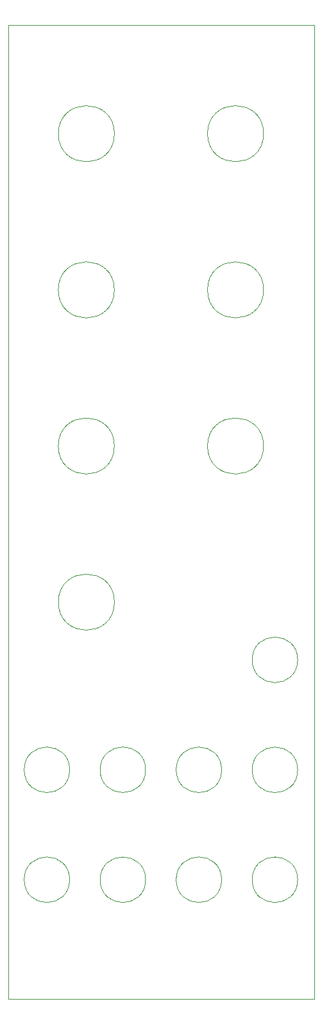
<source format=gbr>
%TF.GenerationSoftware,KiCad,Pcbnew,7.0.1-0*%
%TF.CreationDate,2023-10-20T13:44:43+13:00*%
%TF.ProjectId,Punkys-new-brew_panel,50756e6b-7973-42d6-9e65-772d62726577,001*%
%TF.SameCoordinates,Original*%
%TF.FileFunction,Profile,NP*%
%FSLAX46Y46*%
G04 Gerber Fmt 4.6, Leading zero omitted, Abs format (unit mm)*
G04 Created by KiCad (PCBNEW 7.0.1-0) date 2023-10-20 13:44:43*
%MOMM*%
%LPD*%
G01*
G04 APERTURE LIST*
%TA.AperFunction,Profile*%
%ADD10C,0.100000*%
%TD*%
G04 APERTURE END LIST*
D10*
X222030000Y-142190000D02*
G75*
G03*
X222030000Y-142190000I-3000000J0D01*
G01*
X247630000Y-43800000D02*
G75*
G03*
X247630000Y-43800000I-3700000J0D01*
G01*
X227930000Y-64400000D02*
G75*
G03*
X227930000Y-64400000I-3700000J0D01*
G01*
X247630000Y-84990000D02*
G75*
G03*
X247630000Y-84990000I-3700000J0D01*
G01*
X232060000Y-142190000D02*
G75*
G03*
X232060000Y-142190000I-3000000J0D01*
G01*
X222030000Y-127690000D02*
G75*
G03*
X222030000Y-127690000I-3000000J0D01*
G01*
X252130000Y-127700000D02*
G75*
G03*
X252130000Y-127700000I-3000000J0D01*
G01*
X242090000Y-127690000D02*
G75*
G03*
X242090000Y-127690000I-3000000J0D01*
G01*
X213900000Y-29449992D02*
X254300000Y-29449992D01*
X254300000Y-157949992D01*
X213900000Y-157949992D01*
X213900000Y-29449992D01*
X252130000Y-142190000D02*
G75*
G03*
X252130000Y-142190000I-3000000J0D01*
G01*
X247630000Y-64400000D02*
G75*
G03*
X247630000Y-64400000I-3700000J0D01*
G01*
X227930000Y-84990000D02*
G75*
G03*
X227930000Y-84990000I-3700000J0D01*
G01*
X227940000Y-105580000D02*
G75*
G03*
X227940000Y-105580000I-3700000J0D01*
G01*
X242090000Y-142190000D02*
G75*
G03*
X242090000Y-142190000I-3000000J0D01*
G01*
X252130000Y-113190000D02*
G75*
G03*
X252130000Y-113190000I-3000000J0D01*
G01*
X232060000Y-127690000D02*
G75*
G03*
X232060000Y-127690000I-3000000J0D01*
G01*
X227940000Y-43810000D02*
G75*
G03*
X227940000Y-43810000I-3700000J0D01*
G01*
M02*

</source>
